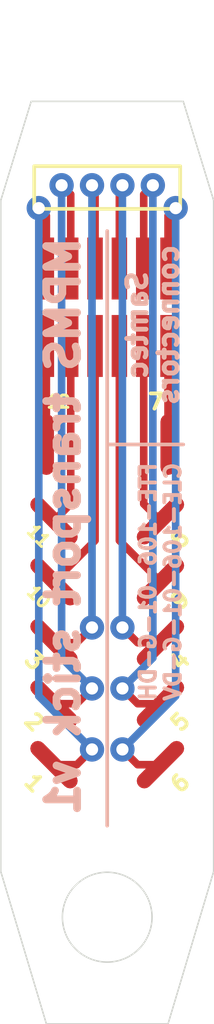
<source format=kicad_pcb>
(kicad_pcb (version 20171130) (host pcbnew 5.1.2)

  (general
    (thickness 1.6)
    (drawings 16)
    (tracks 61)
    (zones 0)
    (modules 13)
    (nets 13)
  )

  (page A4)
  (layers
    (0 F.Cu signal)
    (31 B.Cu signal)
    (32 B.Adhes user)
    (33 F.Adhes user hide)
    (34 B.Paste user)
    (35 F.Paste user hide)
    (36 B.SilkS user)
    (37 F.SilkS user)
    (38 B.Mask user)
    (39 F.Mask user hide)
    (40 Dwgs.User user)
    (41 Cmts.User user)
    (42 Eco1.User user)
    (43 Eco2.User user)
    (44 Edge.Cuts user)
    (45 Margin user)
    (46 B.CrtYd user)
    (47 F.CrtYd user)
    (48 B.Fab user)
    (49 F.Fab user)
  )

  (setup
    (last_trace_width 0.1524)
    (trace_clearance 0.1524)
    (zone_clearance 0.508)
    (zone_45_only no)
    (trace_min 0.1524)
    (via_size 0.508)
    (via_drill 0.254)
    (via_min_size 0.508)
    (via_min_drill 0.254)
    (uvia_size 0.508)
    (uvia_drill 0.254)
    (uvias_allowed no)
    (uvia_min_size 0.508)
    (uvia_min_drill 0.254)
    (edge_width 0.05)
    (segment_width 0.2)
    (pcb_text_width 0.3)
    (pcb_text_size 1.5 1.5)
    (mod_edge_width 0.12)
    (mod_text_size 1 1)
    (mod_text_width 0.15)
    (pad_size 1 3)
    (pad_drill 0)
    (pad_to_mask_clearance 0.0508)
    (solder_mask_min_width 0.0254)
    (aux_axis_origin 0 0)
    (visible_elements FFFFFF7F)
    (pcbplotparams
      (layerselection 0x010fc_ffffffff)
      (usegerberextensions false)
      (usegerberattributes false)
      (usegerberadvancedattributes false)
      (creategerberjobfile false)
      (excludeedgelayer true)
      (linewidth 0.100000)
      (plotframeref false)
      (viasonmask false)
      (mode 1)
      (useauxorigin false)
      (hpglpennumber 1)
      (hpglpenspeed 20)
      (hpglpendiameter 15.000000)
      (psnegative false)
      (psa4output false)
      (plotreference true)
      (plotvalue true)
      (plotinvisibletext false)
      (padsonsilk false)
      (subtractmaskfromsilk false)
      (outputformat 1)
      (mirror false)
      (drillshape 1)
      (scaleselection 1)
      (outputdirectory ""))
  )

  (net 0 "")
  (net 1 "Net-(J0-Pad1)")
  (net 2 "Net-(J0-Pad2)")
  (net 3 "Net-(J0-Pad3)")
  (net 4 "Net-(J0-Pad4)")
  (net 5 "Net-(J0-Pad5)")
  (net 6 "Net-(J0-Pad6)")
  (net 7 "Net-(J0-Pad7)")
  (net 8 "Net-(J0-Pad8)")
  (net 9 "Net-(J0-Pad9)")
  (net 10 "Net-(J0-Pad10)")
  (net 11 "Net-(J0-Pad11)")
  (net 12 "Net-(J0-Pad12)")

  (net_class Default "This is the default net class."
    (clearance 0.1524)
    (trace_width 0.1524)
    (via_dia 0.508)
    (via_drill 0.254)
    (uvia_dia 0.508)
    (uvia_drill 0.254)
    (add_net "Net-(J0-Pad1)")
    (add_net "Net-(J0-Pad10)")
    (add_net "Net-(J0-Pad11)")
    (add_net "Net-(J0-Pad12)")
    (add_net "Net-(J0-Pad2)")
    (add_net "Net-(J0-Pad3)")
    (add_net "Net-(J0-Pad4)")
    (add_net "Net-(J0-Pad5)")
    (add_net "Net-(J0-Pad6)")
    (add_net "Net-(J0-Pad7)")
    (add_net "Net-(J0-Pad8)")
    (add_net "Net-(J0-Pad9)")
  )

  (module mpms-transport-pcb:samtec-fte-106-xx-x-dh-x-xx (layer F.Cu) (tedit 5CF6B070) (tstamp 5CFA84D6)
    (at 100 100)
    (path /5CF6A893)
    (fp_text reference J0 (at 0 3.5) (layer F.SilkS) hide
      (effects (font (size 1 1) (thickness 0.15)))
    )
    (fp_text value Conn_02x06_Counter_Clockwise (at 0 5) (layer F.Fab) hide
      (effects (font (size 1 1) (thickness 0.15)))
    )
    (fp_line (start -2.4 -3.226) (end 2.4 -3.226) (layer F.SilkS) (width 0.12))
    (fp_text user 1 (at -3.25 -1.27) (layer F.SilkS) hide
      (effects (font (size 1 1) (thickness 0.15)))
    )
    (fp_text user 7 (at 3.25 1.27) (layer F.SilkS) hide
      (effects (font (size 1 1) (thickness 0.15)))
    )
    (fp_line (start -2.4 -4.626) (end 2.4 -4.626) (layer F.SilkS) (width 0.12))
    (fp_line (start -2.4 -4.626) (end -2.4 -3.226) (layer F.SilkS) (width 0.12))
    (fp_line (start 2.4 -3.226) (end 2.4 -4.626) (layer F.SilkS) (width 0.12))
    (pad 1 smd rect (at -2 -1.27) (size 0.508 2.032) (layers F.Cu F.Paste F.Mask)
      (net 1 "Net-(J0-Pad1)"))
    (pad 2 smd rect (at -1.2 -1.27) (size 0.508 2.032) (layers F.Cu F.Paste F.Mask)
      (net 2 "Net-(J0-Pad2)"))
    (pad 3 smd rect (at -0.4 -1.27) (size 0.508 2.032) (layers F.Cu F.Paste F.Mask)
      (net 3 "Net-(J0-Pad3)"))
    (pad 4 smd rect (at 0.4 -1.27) (size 0.508 2.032) (layers F.Cu F.Paste F.Mask)
      (net 4 "Net-(J0-Pad4)"))
    (pad 5 smd rect (at 1.2 -1.27) (size 0.508 2.032) (layers F.Cu F.Paste F.Mask)
      (net 5 "Net-(J0-Pad5)"))
    (pad 6 smd rect (at 2 -1.27) (size 0.508 2.032) (layers F.Cu F.Paste F.Mask)
      (net 6 "Net-(J0-Pad6)"))
    (pad 7 smd rect (at 2 1.27) (size 0.508 2.032) (layers F.Cu F.Paste F.Mask)
      (net 7 "Net-(J0-Pad7)"))
    (pad 8 smd rect (at 1.2 1.27) (size 0.508 2.032) (layers F.Cu F.Paste F.Mask)
      (net 8 "Net-(J0-Pad8)"))
    (pad 9 smd rect (at 0.4 1.27) (size 0.508 2.032) (layers F.Cu F.Paste F.Mask)
      (net 9 "Net-(J0-Pad9)"))
    (pad 10 smd rect (at -0.4 1.27) (size 0.508 2.032) (layers F.Cu F.Paste F.Mask)
      (net 10 "Net-(J0-Pad10)"))
    (pad 11 smd rect (at -1.2 1.27) (size 0.508 2.032) (layers F.Cu F.Paste F.Mask)
      (net 11 "Net-(J0-Pad11)"))
    (pad 12 smd rect (at -2 1.27) (size 0.508 2.032) (layers F.Cu F.Paste F.Mask)
      (net 12 "Net-(J0-Pad12)"))
  )

  (module mpms-transport-pcb:mpms-transport-stick-wire-pad (layer F.Cu) (tedit 5CF6D674) (tstamp 5CF73B0B)
    (at 98 104.5 270)
    (path /5CF764DB)
    (fp_text reference 12 (at -1.4 -0.4) (layer F.SilkS)
      (effects (font (size 0.4 0.4) (thickness 0.1)))
    )
    (fp_text value Conn_01x01 (at 0 2.5 90) (layer F.Fab) hide
      (effects (font (size 1 1) (thickness 0.15)))
    )
    (pad 1 smd roundrect (at 0 0) (size 0.5 2) (layers F.Cu F.Paste F.Mask) (roundrect_rratio 0.5)
      (net 12 "Net-(J0-Pad12)"))
  )

  (module mpms-transport-pcb:mpms-transport-stick-wire-pad (layer F.Cu) (tedit 5CF6D674) (tstamp 5CF72DCC)
    (at 98.25 107 315)
    (path /5CF7726D)
    (fp_text reference 11 (at 0 0.707107 315) (layer F.SilkS)
      (effects (font (size 0.4 0.4) (thickness 0.1)))
    )
    (fp_text value Conn_01x01 (at 0 2.5 135) (layer F.Fab) hide
      (effects (font (size 1 1) (thickness 0.15)))
    )
    (pad 1 smd roundrect (at 0 0 45) (size 0.5 2) (layers F.Cu F.Paste F.Mask) (roundrect_rratio 0.5)
      (net 11 "Net-(J0-Pad11)"))
  )

  (module mpms-transport-pcb:mpms-transport-stick-wire-pad (layer F.Cu) (tedit 5CF6D674) (tstamp 5CF72DC7)
    (at 98.25 109 315)
    (path /5CF7A96B)
    (fp_text reference 10 (at 0 0.707107 135) (layer F.SilkS)
      (effects (font (size 0.4 0.4) (thickness 0.1)))
    )
    (fp_text value Conn_01x01 (at 0 2.5 135) (layer F.Fab) hide
      (effects (font (size 1 1) (thickness 0.15)))
    )
    (pad 1 smd roundrect (at 0 0 45) (size 0.5 2) (layers F.Cu F.Paste F.Mask) (roundrect_rratio 0.5)
      (net 10 "Net-(J0-Pad10)"))
  )

  (module mpms-transport-pcb:mpms-transport-stick-wire-pad (layer F.Cu) (tedit 5CF6D674) (tstamp 5CF72DC2)
    (at 101.75 109 45)
    (path /5CF7A971)
    (fp_text reference 9 (at 0.035355 0.883883 45) (layer F.SilkS)
      (effects (font (size 0.5 0.5) (thickness 0.125)))
    )
    (fp_text value Conn_01x01 (at 0 2.5 45) (layer F.Fab) hide
      (effects (font (size 1 1) (thickness 0.15)))
    )
    (pad 1 smd roundrect (at 0 0 135) (size 0.5 2) (layers F.Cu F.Paste F.Mask) (roundrect_rratio 0.5)
      (net 9 "Net-(J0-Pad9)"))
  )

  (module mpms-transport-pcb:mpms-transport-stick-wire-pad (layer F.Cu) (tedit 5CF6D674) (tstamp 5CFA855E)
    (at 101.75 107 45)
    (path /5CF7AD50)
    (fp_text reference 8 (at 0.035355 0.883883 45) (layer F.SilkS)
      (effects (font (size 0.5 0.5) (thickness 0.125)))
    )
    (fp_text value Conn_01x01 (at 0 2.5 45) (layer F.Fab) hide
      (effects (font (size 1 1) (thickness 0.15)))
    )
    (pad 1 smd roundrect (at 0 0 135) (size 0.5 2) (layers F.Cu F.Paste F.Mask) (roundrect_rratio 0.5)
      (net 8 "Net-(J0-Pad8)"))
  )

  (module mpms-transport-pcb:mpms-transport-stick-wire-pad (layer F.Cu) (tedit 5CF6D674) (tstamp 5CF72DB8)
    (at 102 104.5 90)
    (path /5CF7AD56)
    (fp_text reference 7 (at 1.4 -0.4) (layer F.SilkS)
      (effects (font (size 0.5 0.5) (thickness 0.125)))
    )
    (fp_text value Conn_01x01 (at 0 2.5 90) (layer F.Fab) hide
      (effects (font (size 1 1) (thickness 0.15)))
    )
    (pad 1 smd roundrect (at 0 0 180) (size 0.5 2) (layers F.Cu F.Paste F.Mask) (roundrect_rratio 0.5)
      (net 7 "Net-(J0-Pad7)"))
  )

  (module mpms-transport-pcb:mpms-transport-stick-wire-pad (layer F.Cu) (tedit 5CF6D674) (tstamp 5CFA8361)
    (at 101.75 115 45)
    (path /5CF73D20)
    (fp_text reference 6 (at 0.035355 0.883883 225) (layer F.SilkS)
      (effects (font (size 0.5 0.5) (thickness 0.125)))
    )
    (fp_text value Conn_01x01 (at 0 2.5 45) (layer F.Fab) hide
      (effects (font (size 1 1) (thickness 0.15)))
    )
    (pad 1 smd roundrect (at 0 0 135) (size 0.5 2) (layers F.Cu F.Paste F.Mask) (roundrect_rratio 0.5)
      (net 6 "Net-(J0-Pad6)"))
  )

  (module mpms-transport-pcb:mpms-transport-stick-wire-pad (layer F.Cu) (tedit 5CF6D674) (tstamp 5CFA818B)
    (at 101.75 113 45)
    (path /5CF73D1A)
    (fp_text reference 5 (at 0.035355 0.883883 45) (layer F.SilkS)
      (effects (font (size 0.5 0.5) (thickness 0.125)))
    )
    (fp_text value Conn_01x01 (at 0 2.5 45) (layer F.Fab) hide
      (effects (font (size 1 1) (thickness 0.15)))
    )
    (pad 1 smd roundrect (at 0 0 135) (size 0.5 2) (layers F.Cu F.Paste F.Mask) (roundrect_rratio 0.5)
      (net 5 "Net-(J0-Pad5)"))
  )

  (module mpms-transport-pcb:mpms-transport-stick-wire-pad (layer F.Cu) (tedit 5CF6D674) (tstamp 5CF73853)
    (at 101.75 111 45)
    (path /5CF73880)
    (fp_text reference 4 (at 0.035355 0.883883 45) (layer F.SilkS)
      (effects (font (size 0.5 0.5) (thickness 0.125)))
    )
    (fp_text value Conn_01x01 (at 0 2.5 45) (layer F.Fab) hide
      (effects (font (size 1 1) (thickness 0.15)))
    )
    (pad 1 smd roundrect (at 0 0 135) (size 0.5 2) (layers F.Cu F.Paste F.Mask) (roundrect_rratio 0.5)
      (net 4 "Net-(J0-Pad4)"))
  )

  (module mpms-transport-pcb:mpms-transport-stick-wire-pad (layer F.Cu) (tedit 5CF6D674) (tstamp 5CF7386E)
    (at 98.25 111 315)
    (path /5CF7387A)
    (fp_text reference 3 (at -0.035355 0.883883 135) (layer F.SilkS)
      (effects (font (size 0.5 0.5) (thickness 0.125)))
    )
    (fp_text value Conn_01x01 (at 0 2.5 135) (layer F.Fab) hide
      (effects (font (size 1 1) (thickness 0.15)))
    )
    (pad 1 smd roundrect (at 0 0 45) (size 0.5 2) (layers F.Cu F.Paste F.Mask) (roundrect_rratio 0.5)
      (net 3 "Net-(J0-Pad3)"))
  )

  (module mpms-transport-pcb:mpms-transport-stick-wire-pad (layer F.Cu) (tedit 5CF6D674) (tstamp 5CF72D9F)
    (at 98.25 113 315)
    (path /5CF70BDB)
    (fp_text reference 2 (at -0.035355 0.883883 135) (layer F.SilkS)
      (effects (font (size 0.5 0.5) (thickness 0.125)))
    )
    (fp_text value Conn_01x01 (at 0 2.5 135) (layer F.Fab) hide
      (effects (font (size 1 1) (thickness 0.15)))
    )
    (pad 1 smd roundrect (at 0 0 45) (size 0.5 2) (layers F.Cu F.Paste F.Mask) (roundrect_rratio 0.5)
      (net 2 "Net-(J0-Pad2)"))
  )

  (module mpms-transport-pcb:mpms-transport-stick-wire-pad (layer F.Cu) (tedit 5CF6D674) (tstamp 5CF73A74)
    (at 98.25 115 315)
    (path /5CF7051E)
    (fp_text reference 1 (at -0.035355 0.883883 315) (layer F.SilkS)
      (effects (font (size 0.5 0.5) (thickness 0.125)))
    )
    (fp_text value Conn_01x01 (at 0 2.5 135) (layer F.Fab) hide
      (effects (font (size 1 1) (thickness 0.15)))
    )
    (pad 1 smd roundrect (at 0 0 45) (size 0.5 2) (layers F.Cu F.Paste F.Mask) (roundrect_rratio 0.5)
      (net 1 "Net-(J0-Pad1)"))
  )

  (gr_line (start 96.5 96.5) (end 97.5 93.25) (layer Edge.Cuts) (width 0.05) (tstamp 5CFEE178))
  (gr_line (start 102.5 93.25) (end 103.5 96.5) (layer Edge.Cuts) (width 0.05))
  (gr_line (start 97.5 93.25) (end 102.5 93.25) (layer Edge.Cuts) (width 0.05) (tstamp 5CFEE16E))
  (gr_line (start 98 123.5) (end 102 123.5) (layer Edge.Cuts) (width 0.05) (tstamp 5CFEE143))
  (gr_line (start 96.5 118.5) (end 98 123.5) (layer Edge.Cuts) (width 0.05))
  (gr_line (start 102 123.5) (end 103.5 118.5) (layer Edge.Cuts) (width 0.05))
  (gr_circle (center 100 120) (end 102.794 120) (layer Dwgs.User) (width 0.05))
  (gr_line (start 100 104.5) (end 102.5 104.5) (layer B.SilkS) (width 0.12))
  (gr_line (start 100 97.5) (end 100 117) (layer B.SilkS) (width 0.12))
  (gr_text "FTE-106-01-G-DH\nCLE-106-01-G-DV" (at 101.75 109 90) (layer B.SilkS)
    (effects (font (size 0.508 0.508) (thickness 0.127)) (justify mirror))
  )
  (gr_text "Samtec\nconnectors" (at 101.5 100.584 90) (layer B.SilkS) (tstamp 5CFEDBF7)
    (effects (font (size 0.635 0.635) (thickness 0.15875)) (justify mirror))
  )
  (gr_text "MPMS transport stick v1" (at 98.552 107.188 90) (layer B.SilkS)
    (effects (font (size 1.016 1.016) (thickness 0.254)) (justify mirror))
  )
  (gr_circle (center 100 120) (end 101.4732 120) (layer Edge.Cuts) (width 0.05))
  (gr_line (start 96.5 96.5) (end 96.5 118.5) (layer Edge.Cuts) (width 0.05))
  (gr_line (start 103.5 96.5) (end 103.5 118.5) (layer Edge.Cuts) (width 0.05))
  (gr_line (start 100 90) (end 100 120) (layer Dwgs.User) (width 0.15))

  (segment (start 98.25 115) (end 99 115) (width 0.25) (layer F.Cu) (net 1) (tstamp 5CF73A89))
  (via (at 99.5 114.5) (size 0.8) (drill 0.4) (layers F.Cu B.Cu) (net 1) (tstamp 5CF73A80))
  (segment (start 99 115) (end 99.5 114.5) (width 0.25) (layer F.Cu) (net 1) (tstamp 5CF73A83))
  (via (at 97.75 96.75) (size 0.8) (drill 0.4) (layers F.Cu B.Cu) (net 1) (tstamp 5CFA8607))
  (segment (start 98 96.75) (end 97.75 96.5) (width 0.25) (layer F.Cu) (net 1))
  (segment (start 98 97) (end 97.75 96.75) (width 0.25) (layer F.Cu) (net 1))
  (segment (start 98 98.73) (end 98 97) (width 0.25) (layer F.Cu) (net 1))
  (segment (start 97.75 112.75) (end 97.75 96.75) (width 0.25) (layer B.Cu) (net 1))
  (segment (start 99.5 114.5) (end 97.75 112.75) (width 0.25) (layer B.Cu) (net 1))
  (via (at 99.5 112.5) (size 0.8) (drill 0.4) (layers F.Cu B.Cu) (net 2))
  (segment (start 98.25 113) (end 99 113) (width 0.25) (layer F.Cu) (net 2))
  (segment (start 99 113) (end 99.5 112.5) (width 0.25) (layer F.Cu) (net 2))
  (via (at 98.5 96) (size 0.8) (drill 0.4) (layers F.Cu B.Cu) (net 2))
  (segment (start 98.8 98.73) (end 98.8 96.3) (width 0.25) (layer F.Cu) (net 2))
  (segment (start 98.8 96.3) (end 98.5 96) (width 0.25) (layer F.Cu) (net 2))
  (segment (start 98.5 111.5) (end 98.5 96) (width 0.25) (layer B.Cu) (net 2))
  (segment (start 99.5 112.5) (end 98.5 111.5) (width 0.25) (layer B.Cu) (net 2))
  (via (at 99.5 110.5) (size 0.8) (drill 0.4) (layers F.Cu B.Cu) (net 3) (tstamp 5CF7385C))
  (segment (start 98.25 111) (end 99 111) (width 0.25) (layer F.Cu) (net 3) (tstamp 5CF73877))
  (segment (start 99 111) (end 99.5 110.5) (width 0.25) (layer F.Cu) (net 3) (tstamp 5CF73865))
  (via (at 99.5 96) (size 0.8) (drill 0.4) (layers F.Cu B.Cu) (net 3))
  (segment (start 99.6 98.73) (end 99.6 96.1) (width 0.25) (layer F.Cu) (net 3))
  (segment (start 99.6 96.1) (end 99.5 96) (width 0.25) (layer F.Cu) (net 3))
  (segment (start 99.5 110.5) (end 99.5 96) (width 0.25) (layer B.Cu) (net 3))
  (via (at 100.5 110.5) (size 0.8) (drill 0.4) (layers F.Cu B.Cu) (net 4) (tstamp 5CF7385F))
  (segment (start 101.75 111) (end 101 111) (width 0.25) (layer F.Cu) (net 4) (tstamp 5CF73862))
  (segment (start 101 111) (end 100.5 110.5) (width 0.25) (layer F.Cu) (net 4) (tstamp 5CF73868))
  (via (at 100.5 96) (size 0.8) (drill 0.4) (layers F.Cu B.Cu) (net 4))
  (segment (start 100.4 98.73) (end 100.4 96.1) (width 0.25) (layer F.Cu) (net 4))
  (segment (start 100.4 96.1) (end 100.5 96) (width 0.25) (layer F.Cu) (net 4))
  (segment (start 100.5 110.5) (end 100.5 96) (width 0.25) (layer B.Cu) (net 4))
  (via (at 100.5 112.5) (size 0.8) (drill 0.4) (layers F.Cu B.Cu) (net 5))
  (segment (start 101.75 113) (end 101 113) (width 0.25) (layer F.Cu) (net 5))
  (segment (start 101 113) (end 100.5 112.5) (width 0.25) (layer F.Cu) (net 5))
  (via (at 101.5 96) (size 0.8) (drill 0.4) (layers F.Cu B.Cu) (net 5))
  (segment (start 101.2 98.73) (end 101.2 96.3) (width 0.25) (layer F.Cu) (net 5))
  (segment (start 101.2 96.3) (end 101.5 96) (width 0.25) (layer F.Cu) (net 5))
  (segment (start 101.5 96.565685) (end 101.5 96) (width 0.25) (layer B.Cu) (net 5))
  (segment (start 101.5 111.5) (end 101.5 110.5) (width 0.25) (layer B.Cu) (net 5))
  (segment (start 100.5 112.5) (end 101.5 111.5) (width 0.25) (layer B.Cu) (net 5))
  (segment (start 101.5 110.573002) (end 101.5 110.5) (width 0.25) (layer B.Cu) (net 5))
  (segment (start 101.5 110.5) (end 101.5 96.565685) (width 0.25) (layer B.Cu) (net 5))
  (via (at 100.5 114.5) (size 0.8) (drill 0.4) (layers F.Cu B.Cu) (net 6) (tstamp 5CF73A98))
  (segment (start 101.75 115) (end 101 115) (width 0.25) (layer F.Cu) (net 6) (tstamp 5CF73A7D))
  (segment (start 101 115) (end 100.5 114.5) (width 0.25) (layer F.Cu) (net 6) (tstamp 5CF73A86))
  (via (at 102.25 96.75) (size 0.8) (drill 0.4) (layers F.Cu B.Cu) (net 6) (tstamp 5CF73F37))
  (segment (start 102.25 112.75) (end 102.25 96.75) (width 0.25) (layer B.Cu) (net 6))
  (segment (start 100.5 114.5) (end 102.25 112.75) (width 0.25) (layer B.Cu) (net 6))
  (segment (start 102 97) (end 102.25 96.75) (width 0.25) (layer F.Cu) (net 6))
  (segment (start 102 98.73) (end 102 97) (width 0.25) (layer F.Cu) (net 6))
  (segment (start 102 101.27) (end 102 104.5) (width 0.25) (layer F.Cu) (net 7))
  (segment (start 101.2 106.45) (end 101.75 107) (width 0.25) (layer F.Cu) (net 8))
  (segment (start 101.2 101.27) (end 101.2 106.45) (width 0.25) (layer F.Cu) (net 8))
  (segment (start 100.4 107.65) (end 101.75 109) (width 0.25) (layer F.Cu) (net 9))
  (segment (start 100.4 101.27) (end 100.4 107.65) (width 0.25) (layer F.Cu) (net 9))
  (segment (start 99.6 107.65) (end 99.6 101.27) (width 0.25) (layer F.Cu) (net 10))
  (segment (start 98.25 109) (end 99.6 107.65) (width 0.25) (layer F.Cu) (net 10))
  (segment (start 98.8 106.45) (end 98.8 101.27) (width 0.25) (layer F.Cu) (net 11))
  (segment (start 98.25 107) (end 98.8 106.45) (width 0.25) (layer F.Cu) (net 11))
  (segment (start 98 102.536) (end 98 104.5) (width 0.25) (layer F.Cu) (net 12))
  (segment (start 98 101.27) (end 98 102.536) (width 0.25) (layer F.Cu) (net 12))

)

</source>
